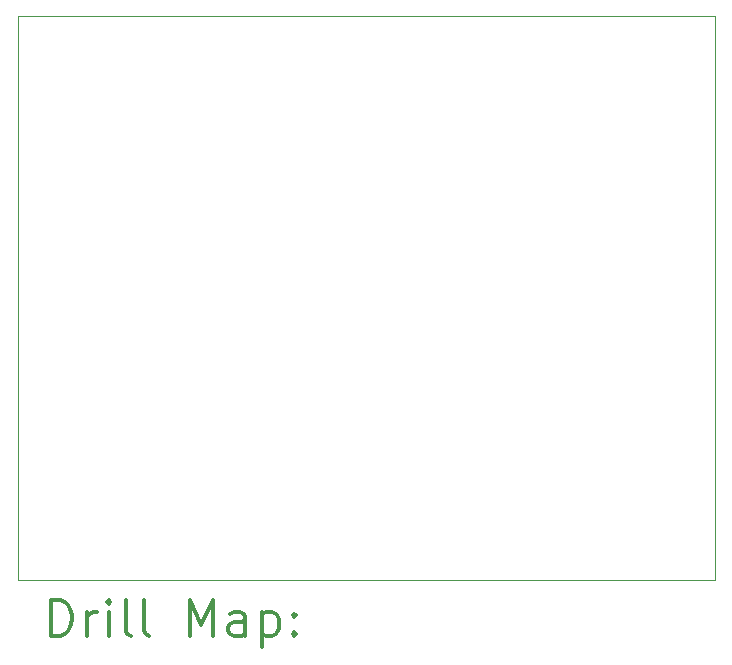
<source format=gbr>
%FSLAX45Y45*%
G04 Gerber Fmt 4.5, Leading zero omitted, Abs format (unit mm)*
G04 Created by KiCad (PCBNEW 5.1.10) date 2021-07-21 04:31:41*
%MOMM*%
%LPD*%
G01*
G04 APERTURE LIST*
%TA.AperFunction,Profile*%
%ADD10C,0.050000*%
%TD*%
%ADD11C,0.200000*%
%ADD12C,0.300000*%
G04 APERTURE END LIST*
D10*
X9700000Y-13100000D02*
X3825000Y-13100000D01*
X9700000Y-13100000D02*
X9700000Y-17875000D01*
X3800000Y-17875000D02*
X9700000Y-17875000D01*
X3800000Y-13100000D02*
X3800000Y-17875000D01*
X3800000Y-13100000D02*
X3825000Y-13100000D01*
D11*
D12*
X4083928Y-18343214D02*
X4083928Y-18043214D01*
X4155357Y-18043214D01*
X4198214Y-18057500D01*
X4226786Y-18086072D01*
X4241071Y-18114643D01*
X4255357Y-18171786D01*
X4255357Y-18214643D01*
X4241071Y-18271786D01*
X4226786Y-18300357D01*
X4198214Y-18328929D01*
X4155357Y-18343214D01*
X4083928Y-18343214D01*
X4383928Y-18343214D02*
X4383928Y-18143214D01*
X4383928Y-18200357D02*
X4398214Y-18171786D01*
X4412500Y-18157500D01*
X4441071Y-18143214D01*
X4469643Y-18143214D01*
X4569643Y-18343214D02*
X4569643Y-18143214D01*
X4569643Y-18043214D02*
X4555357Y-18057500D01*
X4569643Y-18071786D01*
X4583928Y-18057500D01*
X4569643Y-18043214D01*
X4569643Y-18071786D01*
X4755357Y-18343214D02*
X4726786Y-18328929D01*
X4712500Y-18300357D01*
X4712500Y-18043214D01*
X4912500Y-18343214D02*
X4883928Y-18328929D01*
X4869643Y-18300357D01*
X4869643Y-18043214D01*
X5255357Y-18343214D02*
X5255357Y-18043214D01*
X5355357Y-18257500D01*
X5455357Y-18043214D01*
X5455357Y-18343214D01*
X5726786Y-18343214D02*
X5726786Y-18186072D01*
X5712500Y-18157500D01*
X5683928Y-18143214D01*
X5626786Y-18143214D01*
X5598214Y-18157500D01*
X5726786Y-18328929D02*
X5698214Y-18343214D01*
X5626786Y-18343214D01*
X5598214Y-18328929D01*
X5583928Y-18300357D01*
X5583928Y-18271786D01*
X5598214Y-18243214D01*
X5626786Y-18228929D01*
X5698214Y-18228929D01*
X5726786Y-18214643D01*
X5869643Y-18143214D02*
X5869643Y-18443214D01*
X5869643Y-18157500D02*
X5898214Y-18143214D01*
X5955357Y-18143214D01*
X5983928Y-18157500D01*
X5998214Y-18171786D01*
X6012500Y-18200357D01*
X6012500Y-18286072D01*
X5998214Y-18314643D01*
X5983928Y-18328929D01*
X5955357Y-18343214D01*
X5898214Y-18343214D01*
X5869643Y-18328929D01*
X6141071Y-18314643D02*
X6155357Y-18328929D01*
X6141071Y-18343214D01*
X6126786Y-18328929D01*
X6141071Y-18314643D01*
X6141071Y-18343214D01*
X6141071Y-18157500D02*
X6155357Y-18171786D01*
X6141071Y-18186072D01*
X6126786Y-18171786D01*
X6141071Y-18157500D01*
X6141071Y-18186072D01*
M02*

</source>
